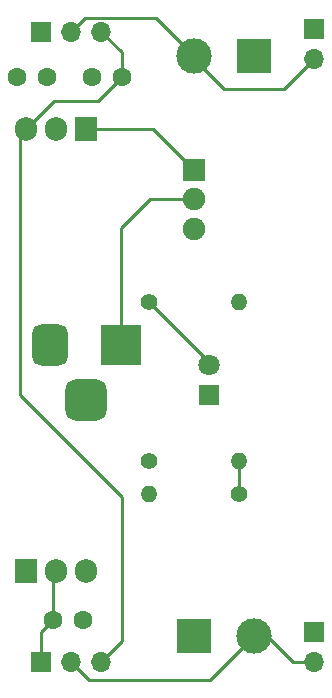
<source format=gtl>
%TF.GenerationSoftware,KiCad,Pcbnew,8.0.4*%
%TF.CreationDate,2024-09-05T09:17:28+05:30*%
%TF.ProjectId,BreadBoard_PowerSupply,42726561-6442-46f6-9172-645f506f7765,1*%
%TF.SameCoordinates,Original*%
%TF.FileFunction,Copper,L1,Top*%
%TF.FilePolarity,Positive*%
%FSLAX46Y46*%
G04 Gerber Fmt 4.6, Leading zero omitted, Abs format (unit mm)*
G04 Created by KiCad (PCBNEW 8.0.4) date 2024-09-05 09:17:28*
%MOMM*%
%LPD*%
G01*
G04 APERTURE LIST*
G04 Aperture macros list*
%AMRoundRect*
0 Rectangle with rounded corners*
0 $1 Rounding radius*
0 $2 $3 $4 $5 $6 $7 $8 $9 X,Y pos of 4 corners*
0 Add a 4 corners polygon primitive as box body*
4,1,4,$2,$3,$4,$5,$6,$7,$8,$9,$2,$3,0*
0 Add four circle primitives for the rounded corners*
1,1,$1+$1,$2,$3*
1,1,$1+$1,$4,$5*
1,1,$1+$1,$6,$7*
1,1,$1+$1,$8,$9*
0 Add four rect primitives between the rounded corners*
20,1,$1+$1,$2,$3,$4,$5,0*
20,1,$1+$1,$4,$5,$6,$7,0*
20,1,$1+$1,$6,$7,$8,$9,0*
20,1,$1+$1,$8,$9,$2,$3,0*%
G04 Aperture macros list end*
%TA.AperFunction,ComponentPad*%
%ADD10R,1.800000X1.800000*%
%TD*%
%TA.AperFunction,ComponentPad*%
%ADD11C,1.800000*%
%TD*%
%TA.AperFunction,ComponentPad*%
%ADD12C,1.400000*%
%TD*%
%TA.AperFunction,ComponentPad*%
%ADD13O,1.400000X1.400000*%
%TD*%
%TA.AperFunction,ComponentPad*%
%ADD14C,1.600000*%
%TD*%
%TA.AperFunction,ComponentPad*%
%ADD15R,1.700000X1.700000*%
%TD*%
%TA.AperFunction,ComponentPad*%
%ADD16O,1.700000X1.700000*%
%TD*%
%TA.AperFunction,ComponentPad*%
%ADD17R,1.900000X1.900000*%
%TD*%
%TA.AperFunction,ComponentPad*%
%ADD18C,1.900000*%
%TD*%
%TA.AperFunction,ComponentPad*%
%ADD19R,3.500000X3.500000*%
%TD*%
%TA.AperFunction,ComponentPad*%
%ADD20RoundRect,0.750000X-0.750000X-1.000000X0.750000X-1.000000X0.750000X1.000000X-0.750000X1.000000X0*%
%TD*%
%TA.AperFunction,ComponentPad*%
%ADD21RoundRect,0.875000X-0.875000X-0.875000X0.875000X-0.875000X0.875000X0.875000X-0.875000X0.875000X0*%
%TD*%
%TA.AperFunction,ComponentPad*%
%ADD22R,1.905000X2.000000*%
%TD*%
%TA.AperFunction,ComponentPad*%
%ADD23O,1.905000X2.000000*%
%TD*%
%TA.AperFunction,ComponentPad*%
%ADD24R,3.000000X3.000000*%
%TD*%
%TA.AperFunction,ComponentPad*%
%ADD25C,3.000000*%
%TD*%
%TA.AperFunction,Conductor*%
%ADD26C,0.250000*%
%TD*%
G04 APERTURE END LIST*
D10*
%TO.P,D1,1,K*%
%TO.N,GND*%
X173736000Y-99060000D03*
D11*
%TO.P,D1,2,A*%
%TO.N,Net-(D1-A)*%
X173736000Y-96520000D03*
%TD*%
D12*
%TO.P,R2,1*%
%TO.N,Net-(U2-ADJ)*%
X176265000Y-107442000D03*
D13*
%TO.P,R2,2*%
%TO.N,/3.3V*%
X168645000Y-107442000D03*
%TD*%
D12*
%TO.P,R1,1*%
%TO.N,Net-(D1-A)*%
X168645000Y-91186000D03*
D13*
%TO.P,R1,2*%
%TO.N,/12V*%
X176265000Y-91186000D03*
%TD*%
D14*
%TO.P,C1,1*%
%TO.N,/12V*%
X160000000Y-72136000D03*
%TO.P,C1,2*%
%TO.N,GND*%
X157500000Y-72136000D03*
%TD*%
D15*
%TO.P,J4,1,Pin_1*%
%TO.N,/3.3V*%
X159512000Y-68326000D03*
D16*
%TO.P,J4,2,Pin_2*%
%TO.N,/PWR_OUTPUT_1*%
X162052000Y-68326000D03*
%TO.P,J4,3,Pin_3*%
%TO.N,/5V*%
X164592000Y-68326000D03*
%TD*%
D17*
%TO.P,S1,1*%
%TO.N,/12V*%
X172466000Y-80010000D03*
D18*
%TO.P,S1,2*%
%TO.N,/PWR_INPUT*%
X172466000Y-82510000D03*
%TO.P,S1,3*%
%TO.N,unconnected-(S1-Pad3)*%
X172466000Y-85010000D03*
%TD*%
D12*
%TO.P,R3,1*%
%TO.N,GND*%
X168645000Y-104648000D03*
D13*
%TO.P,R3,2*%
%TO.N,Net-(U2-ADJ)*%
X176265000Y-104648000D03*
%TD*%
D19*
%TO.P,J6,1*%
%TO.N,/PWR_INPUT*%
X166274000Y-94800500D03*
D20*
%TO.P,J6,2*%
%TO.N,GND*%
X160274000Y-94800500D03*
D21*
%TO.P,J6,3*%
X163274000Y-99500500D03*
%TD*%
D22*
%TO.P,U1,1,VI*%
%TO.N,/12V*%
X163322000Y-76525000D03*
D23*
%TO.P,U1,2,GND*%
%TO.N,GND*%
X160782000Y-76525000D03*
%TO.P,U1,3,VO*%
%TO.N,/5V*%
X158242000Y-76525000D03*
%TD*%
D15*
%TO.P,J2,1,Pin_1*%
%TO.N,GND*%
X182626000Y-68067000D03*
D16*
%TO.P,J2,2,Pin_2*%
%TO.N,/PWR_OUTPUT_1*%
X182626000Y-70607000D03*
%TD*%
D15*
%TO.P,J1,1,Pin_1*%
%TO.N,GND*%
X182626000Y-119120000D03*
D16*
%TO.P,J1,2,Pin_2*%
%TO.N,/PWR_OUTPUT_2*%
X182626000Y-121660000D03*
%TD*%
D15*
%TO.P,J3,1,Pin_1*%
%TO.N,/3.3V*%
X159512000Y-121666000D03*
D16*
%TO.P,J3,2,Pin_2*%
%TO.N,/PWR_OUTPUT_2*%
X162052000Y-121666000D03*
%TO.P,J3,3,Pin_3*%
%TO.N,/5V*%
X164592000Y-121666000D03*
%TD*%
D24*
%TO.P,J5,1,Pin_1*%
%TO.N,GND*%
X177546000Y-70358000D03*
D25*
%TO.P,J5,2,Pin_2*%
%TO.N,/PWR_OUTPUT_1*%
X172466000Y-70358000D03*
%TD*%
D14*
%TO.P,C3,1*%
%TO.N,GND*%
X163048000Y-118110000D03*
%TO.P,C3,2*%
%TO.N,/3.3V*%
X160548000Y-118110000D03*
%TD*%
D22*
%TO.P,U2,1,ADJ*%
%TO.N,Net-(U2-ADJ)*%
X158242000Y-113975000D03*
D23*
%TO.P,U2,2,VO*%
%TO.N,/3.3V*%
X160782000Y-113975000D03*
%TO.P,U2,3,VI*%
%TO.N,/12V*%
X163322000Y-113975000D03*
%TD*%
D14*
%TO.P,C2,1*%
%TO.N,/5V*%
X166350000Y-72136000D03*
%TO.P,C2,2*%
%TO.N,GND*%
X163850000Y-72136000D03*
%TD*%
D24*
%TO.P,J7,1,Pin_1*%
%TO.N,GND*%
X172466000Y-119470000D03*
D25*
%TO.P,J7,2,Pin_2*%
%TO.N,/PWR_OUTPUT_2*%
X177546000Y-119470000D03*
%TD*%
D26*
%TO.N,/PWR_OUTPUT_1*%
X175006000Y-73152000D02*
X172466000Y-70612000D01*
X172466000Y-70612000D02*
X172466000Y-70358000D01*
X180081000Y-73152000D02*
X175006000Y-73152000D01*
X182626000Y-70607000D02*
X180081000Y-73152000D01*
X172466000Y-70358000D02*
X169259000Y-67151000D01*
X168656000Y-67151000D02*
X163227000Y-67151000D01*
X169259000Y-67151000D02*
X168656000Y-67151000D01*
%TO.N,/12V*%
X168981000Y-76525000D02*
X172466000Y-80010000D01*
X163322000Y-76525000D02*
X168981000Y-76525000D01*
%TO.N,/5V*%
X157734000Y-77033000D02*
X157734000Y-99060000D01*
X160599000Y-74168000D02*
X164318000Y-74168000D01*
X158242000Y-76525000D02*
X157734000Y-77033000D01*
X166350000Y-70069000D02*
X164607000Y-68326000D01*
X166350000Y-72136000D02*
X166350000Y-70069000D01*
X166385000Y-119888000D02*
X164607000Y-121666000D01*
X158242000Y-76525000D02*
X160599000Y-74168000D01*
X164318000Y-74168000D02*
X166350000Y-72136000D01*
X157734000Y-99060000D02*
X166385000Y-107711000D01*
X166385000Y-107711000D02*
X166385000Y-119888000D01*
X166385000Y-72101000D02*
X166350000Y-72136000D01*
%TO.N,/3.3V*%
X160548000Y-118110000D02*
X159512000Y-119146000D01*
X159512000Y-119146000D02*
X159512000Y-121651000D01*
X159512000Y-121651000D02*
X159527000Y-121666000D01*
X160548000Y-114209000D02*
X160782000Y-113975000D01*
X160548000Y-118110000D02*
X160548000Y-114209000D01*
%TO.N,Net-(D1-A)*%
X168645000Y-91186000D02*
X168645000Y-91429000D01*
X173228000Y-96520000D02*
X173736000Y-96520000D01*
X173736000Y-96277000D02*
X173736000Y-96520000D01*
X168645000Y-91186000D02*
X173736000Y-96277000D01*
%TO.N,/PWR_INPUT*%
X166274000Y-84932000D02*
X166274000Y-94800500D01*
X168696000Y-82510000D02*
X166274000Y-84932000D01*
X172466000Y-82510000D02*
X168696000Y-82510000D01*
%TO.N,Net-(U2-ADJ)*%
X176265000Y-104648000D02*
X176265000Y-107442000D01*
%TO.N,/PWR_OUTPUT_2*%
X163576000Y-123190000D02*
X173826000Y-123190000D01*
X178652000Y-119470000D02*
X180842000Y-121660000D01*
X180842000Y-121660000D02*
X182626000Y-121660000D01*
X162052000Y-121666000D02*
X163576000Y-123190000D01*
X173826000Y-123190000D02*
X177546000Y-119470000D01*
X177546000Y-119470000D02*
X178652000Y-119470000D01*
%TO.N,/PWR_OUTPUT_1*%
X163227000Y-67151000D02*
X162052000Y-68326000D01*
%TO.N,GND*%
X177886000Y-70607000D02*
X177546000Y-70267000D01*
%TD*%
M02*

</source>
